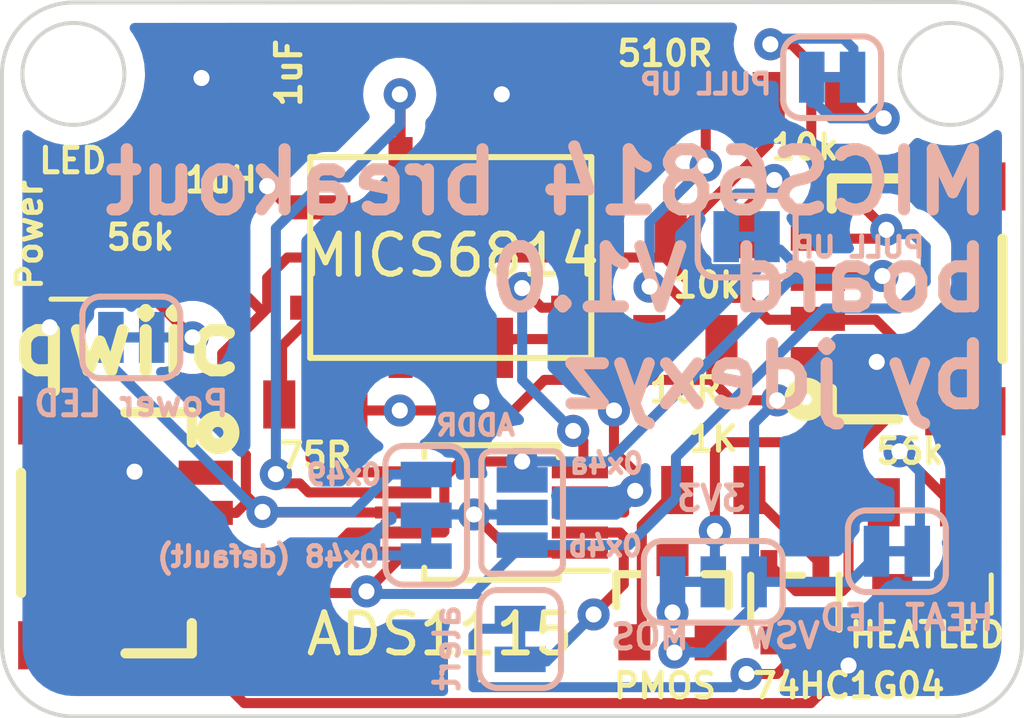
<source format=kicad_pcb>
(kicad_pcb (version 20211014) (generator pcbnew)
  (layers (0 "F.Cu" signal) (31 "B.Cu" signal) (34 "B.Paste" user) (35 "F.Paste" user) (36 "B.SilkS" user "B.Silkscreen") (37 "F.SilkS" user "F.Silkscreen") (38 "B.Mask" user) (39 "F.Mask" user) (44 "Edge.Cuts" user))
  (net 0 "")
  (net 1 "Net-(D1-PadA)")
  (net 2 "GND")
  (net 3 "+3V3")
  (net 4 "/SDA")
  (net 5 "/SCL")
  (net 6 "+VSW")
  (net 7 "Net-(R5-Pad1)")
  (net 8 "Net-(Q1-Pad1)")
  (net 9 "/ALERT")
  (net 10 "/NH3_R")
  (net 11 "/NO2_R")
  (net 12 "/CO_R")
  (net 13 "Net-(U2-Pad2)")
  (net 14 "Net-(Q1-Pad3)")
  (net 15 "Net-(IC1-PadC)")
  (net 16 "Net-(IC1-PadE)")
  (net 17 "Net-(IC1-PadK)")
  (net 18 "Net-(L1-Pad2)")
  (net 19 "Net-(R6-Pad1)")
  (net 20 "Net-(JP2-Pad1)")
  (net 21 "Net-(R6-Pad2)")
  (net 22 "/ADDR")
  (net 23 "Net-(JP7-Pad1)")
  (net 24 "Net-(JP8-Pad1)")
  (footprint "MICS-6814:MICS6814" (layer "F.Cu") (at 114.752 109.18 90)
    (fp_text reference "MICS6814" (at 2.55 -3.502) (layer "F.SilkS"))
    (fp_text value "MiCS-6814" hide)
    (fp_line (start 0 0) (end 0 -7) (layer "F.SilkS") (width 0.15))
    (fp_line (start 0 -7) (end 5 -7) (layer "F.SilkS") (width 0.15))
    (fp_line (start 5 0) (end 0 0) (layer "F.SilkS") (width 0.15))
    (fp_line (start 5 -7) (end 5 0) (layer "F.SilkS") (width 0.15))
    (pad "A" smd rect locked (at 0.25 -4.75 180) (size 0.6 1.5) (layers "F.Cu" "F.Paste" "F.Mask") (net 11 "/NO2_R"))
    (pad "B" smd rect locked (at 0.25 -3.5 180) (size 0.6 1.5) (layers "F.Cu" "F.Paste" "F.Mask") (net 2 "GND"))
    (pad "C" smd rect locked (at 0.25 -2.25 180) (size 0.6 1.5) (layers "F.Cu" "F.Paste" "F.Mask") (net 15 "Net-(IC1-PadC)"))
    (pad "D" smd rect locked (at 1.25 -0.25 90) (size 0.6 1.5) (layers "F.Cu" "F.Paste" "F.Mask") (net 10 "/NH3_R"))
    (pad "E" smd rect locked (at 4 -0.25 90) (size 0.6 1.5) (layers "F.Cu" "F.Paste" "F.Mask") (net 16 "Net-(IC1-PadE)"))
    (pad "F" smd rect locked (at 4.75 -2.25 180) (size 0.6 1.5) (layers "F.Cu" "F.Paste" "F.Mask") (net 2 "GND"))
    (pad "G" smd rect locked (at 4.75 -3.5 180) (size 0.6 1.5) (layers "F.Cu" "F.Paste" "F.Mask") (net 16 "Net-(IC1-PadE)"))
    (pad "H" smd rect locked (at 4.75 -4.75 180) (size 0.6 1.5) (layers "F.Cu" "F.Paste" "F.Mask") (net 12 "/CO_R"))
    (pad "J" smd rect locked (at 3.75 -6.75 90) (size 0.6 1.5) (layers "F.Cu" "F.Paste" "F.Mask") (net 2 "GND"))
    (pad "K" smd rect locked (at 1.25 -6.75 90) (size 0.6 1.5) (layers "F.Cu" "F.Paste" "F.Mask") (net 17 "Net-(IC1-PadK)"))
  )
  (footprint "Sparkfun-Resistors:0805" (layer "F.Cu") (at 122.936 112.776)
    (fp_text reference "R6" hide)
    (fp_text value "56k" (at -0.254 -1.27) (layer "F.SilkS") (effects (font (size 0.6096 0.6096) (thickness 0.127))))
    (pad "1" smd rect locked (at -0.89916 0) (size 0.79756 1.19888) (layers "F.Cu" "F.Paste" "F.Mask") (net 19 "Net-(R6-Pad1)"))
    (pad "2" smd rect locked (at 0.89916 0) (size 0.79756 1.19888) (layers "F.Cu" "F.Paste" "F.Mask") (net 21 "Net-(R6-Pad2)"))
  )
  (footprint "Sparkfun-Resistors:0805" (layer "F.Cu") (at 105.48 104.76 90)
    (fp_text reference "1uH" (at 0.01 0.05 180) (layer "F.SilkS") (effects (font (size 0.6096 0.6096) (thickness 0.127))))
    (fp_text value "INDUCTOR-0805-3.3UH" hide)
    (pad "1" smd rect locked (at -0.89916 0 90) (size 0.79756 1.19888) (layers "F.Cu" "F.Paste" "F.Mask") (net 3 "+3V3"))
    (pad "2" smd rect locked (at 0.89916 0 90) (size 0.79756 1.19888) (layers "F.Cu" "F.Paste" "F.Mask") (net 18 "Net-(L1-Pad2)"))
  )
  (footprint "Sparkfun-Resistors:0805" (layer "F.Cu") (at 103.55 106.13 -90)
    (fp_text reference "R1" hide)
    (fp_text value "56k" (at 0.05 0.03) (layer "F.SilkS") (effects (font (size 0.6096 0.6096) (thickness 0.127))))
    (pad "1" smd rect locked (at -0.89916 0 270) (size 0.79756 1.19888) (layers "F.Cu" "F.Paste" "F.Mask") (net 1 "Net-(D1-PadA)"))
    (pad "2" smd rect locked (at 0.89916 0 270) (size 0.79756 1.19888) (layers "F.Cu" "F.Paste" "F.Mask") (net 20 "Net-(JP2-Pad1)"))
  )
  (footprint "Sparkfun-Connectors:1X04_1MM_RA" (layer "F.Cu") (at 120.393715 107.71 90)
    (fp_text reference "J1" hide)
    (fp_text value "QWIIC_CONNECTORJS-1MM" hide)
    (fp_line (start 2.99974 0.34798) (end 2.99974 1.99898) (layer "F.SilkS") (width 0.254))
    (fp_line (start -2.99974 0.34798) (end -2.2479 0.34798) (layer "F.SilkS") (width 0.254))
    (fp_line (start -2.99974 1.99898) (end -2.99974 0.34798) (layer "F.SilkS") (width 0.254))
    (fp_line (start 2.2479 0.34798) (end 2.99974 0.34798) (layer "F.SilkS") (width 0.254))
    (fp_line (start -1.4986 4.59994) (end 1.4986 4.59994) (layer "F.SilkS") (width 0.254))
    (fp_circle (center -2.49936 -0.29972) (end -2.49936 -0.43942) (layer "F.SilkS") (width 0.39878) (fill none))
    (pad "1" smd rect locked (at -1.4986 0 90) (size 0.59944 1.34874) (layers "F.Cu" "F.Paste" "F.Mask") (net 2 "GND"))
    (pad "2" smd rect locked (at -0.49784 0 90) (size 0.59944 1.34874) (layers "F.Cu" "F.Paste" "F.Mask") (net 3 "+3V3"))
    (pad "3" smd rect locked (at 0.49784 0 90) (size 0.59944 1.34874) (layers "F.Cu" "F.Paste" "F.Mask") (net 4 "/SDA"))
    (pad "4" smd rect locked (at 1.4986 0 90) (size 0.59944 1.34874) (layers "F.Cu" "F.Paste" "F.Mask") (net 5 "/SCL"))
    (pad "NC1" smd rect locked (at 2.79908 3.67284 90) (size 1.19888 1.99898) (layers "F.Cu" "F.Paste" "F.Mask"))
    (pad "NC2" smd rect locked (at -2.79908 3.67284 90) (size 1.19888 1.99898) (layers "F.Cu" "F.Paste" "F.Mask"))
  )
  (footprint "Sparkfun-Resistors:0805" (layer "F.Cu") (at 107.88 110.34)
    (fp_text reference "R4" hide)
    (fp_text value "75R" (at 0 1.27) (layer "F.SilkS") (effects (font (size 0.6096 0.6096) (thickness 0.127))))
    (pad "1" smd rect locked (at -0.89916 0) (size 0.79756 1.19888) (layers "F.Cu" "F.Paste" "F.Mask") (net 17 "Net-(IC1-PadK)"))
    (pad "2" smd rect locked (at 0.89916 0) (size 0.79756 1.19888) (layers "F.Cu" "F.Paste" "F.Mask") (net 6 "+VSW"))
  )
  (footprint "Package_SO:MSOP-10_3x3mm_P0.5mm" (layer "F.Cu") (at 112.268 113.03 180)
    (fp_text reference "ADS1115" (at 1.288 -3.03 180) (layer "F.SilkS"))
    (fp_text value "ADS1115")
    (fp_line (start 1.675 1.675) (end 1.675 1.375) (layer "F.SilkS") (width 0.15))
    (fp_line (start -1.675 -1.675) (end 1.675 -1.675) (layer "F.SilkS") (width 0.15))
    (fp_line (start -1.675 1.675) (end -1.675 1.375) (layer "F.SilkS") (width 0.15))
    (fp_line (start -1.675 1.675) (end 1.675 1.675) (layer "F.SilkS") (width 0.15))
    (fp_line (start 1.675 -1.675) (end 1.675 -1.375) (layer "F.SilkS") (width 0.15))
    (fp_line (start -1.675 -1.45) (end -2.9 -1.45) (layer "F.SilkS") (width 0.15))
    (fp_line (start -1.675 -1.675) (end -1.675 -1.45) (layer "F.SilkS") (width 0.15))
    (pad "1" smd rect (at -2.2 -1 180) (size 1.4 0.3) (layers "F.Cu" "F.Paste" "F.Mask") (net 22 "/ADDR"))
    (pad "2" smd rect (at -2.2 -0.5 180) (size 1.4 0.3) (layers "F.Cu" "F.Paste" "F.Mask") (net 9 "/ALERT"))
    (pad "3" smd rect (at -2.2 0 180) (size 1.4 0.3) (layers "F.Cu" "F.Paste" "F.Mask") (net 2 "GND"))
    (pad "4" smd rect (at -2.2 0.5 180) (size 1.4 0.3) (layers "F.Cu" "F.Paste" "F.Mask") (net 2 "GND"))
    (pad "5" smd rect (at -2.2 1 180) (size 1.4 0.3) (layers "F.Cu" "F.Paste" "F.Mask") (net 10 "/NH3_R"))
    (pad "6" smd rect (at 2.2 1 180) (size 1.4 0.3) (layers "F.Cu" "F.Paste" "F.Mask") (net 11 "/NO2_R"))
    (pad "7" smd rect (at 2.2 0.5 180) (size 1.4 0.3) (layers "F.Cu" "F.Paste" "F.Mask") (net 12 "/CO_R"))
    (pad "8" smd rect (at 2.2 0 180) (size 1.4 0.3) (layers "F.Cu" "F.Paste" "F.Mask") (net 3 "+3V3"))
    (pad "9" smd rect (at 2.2 -0.5 180) (size 1.4 0.3) (layers "F.Cu" "F.Paste" "F.Mask") (net 4 "/SDA"))
    (pad "10" smd rect (at 2.2 -1 180) (size 1.4 0.3) (layers "F.Cu" "F.Paste" "F.Mask") (net 5 "/SCL"))
  )
  (footprint "Sparkfun-Resistors:0805" (layer "F.Cu") (at 116.586 102.87 180)
    (fp_text reference "R2" hide)
    (fp_text value "510R" (at 0 1.27) (layer "F.SilkS") (effects (font (size 0.6096 0.6096) (thickness 0.127))))
    (pad "1" smd rect locked (at -0.89916 0 180) (size 0.79756 1.19888) (layers "F.Cu" "F.Paste" "F.Mask") (net 6 "+VSW"))
    (pad "2" smd rect locked (at 0.89916 0 180) (size 0.79756 1.19888) (layers "F.Cu" "F.Paste" "F.Mask") (net 16 "Net-(IC1-PadE)"))
  )
  (footprint "Sparkfun-LED:LED-0603" (layer "F.Cu") (at 123.12396 115.062)
    (fp_text reference "D2" hide)
    (fp_text value "LED-RED1206" hide)
    (fp_line (start 1.5875 -0.47498) (end 1.5875 0.47498) (layer "F.SilkS") (width 0.127))
    (pad "A" smd rect locked (at -0.8763 0 270) (size 0.99822 0.99822) (layers "F.Cu" "F.Paste" "F.Mask") (net 19 "Net-(R6-Pad1)"))
    (pad "C" smd rect locked (at 0.8763 0 270) (size 0.99822 0.99822) (layers "F.Cu" "F.Paste" "F.Mask") (net 2 "GND"))
  )
  (footprint "Sparkfun-Resistors:0805" (layer "F.Cu") (at 117.094 108.712)
    (fp_text reference "R3" hide)
    (fp_text value "10R" (at 0 1.27) (layer "F.SilkS") (effects (font (size 0.6096 0.6096) (thickness 0.127))))
    (pad "1" smd rect locked (at -0.89916 0) (size 0.79756 1.19888) (layers "F.Cu" "F.Paste" "F.Mask") (net 15 "Net-(IC1-PadC)"))
    (pad "2" smd rect locked (at 0.89916 0) (size 0.79756 1.19888) (layers "F.Cu" "F.Paste" "F.Mask") (net 6 "+VSW"))
  )
  (footprint "Sparkfun-Silicon-Standard:SOT353" (layer "F.Cu") (at 119.82196 115.2652)
    (fp_text reference "U2" hide)
    (fp_text value "74HC1G04" (at 1.33604 2.0828 180) (layer "F.SilkS") (effects (font (size 0.6096 0.6096) (thickness 0.127))))
    (fp_line (start -1.09982 0.6731) (end -1.09982 -0.6731) (layer "F.SilkS") (width 0.1778))
    (fp_line (start 1.09982 -0.6731) (end 1.09982 0.6731) (layer "F.SilkS") (width 0.1778))
    (fp_line (start -0.19812 -0.6731) (end 0.19812 -0.6731) (layer "F.SilkS") (width 0.1778))
    (pad "1" smd rect locked (at -0.6477 0.94996) (size 0.4191 0.6985) (layers "F.Cu" "F.Paste" "F.Mask"))
    (pad "2" smd rect locked (at 0 0.94996) (size 0.4191 0.6985) (layers "F.Cu" "F.Paste" "F.Mask") (net 13 "Net-(U2-Pad2)"))
    (pad "3" smd rect locked (at 0.6477 0.94996) (size 0.4191 0.6985) (layers "F.Cu" "F.Paste" "F.Mask") (net 2 "GND"))
    (pad "4" smd rect locked (at 0.6477 -0.94996) (size 0.4191 0.6985) (layers "F.Cu" "F.Paste" "F.Mask") (net 7 "Net-(R5-Pad1)"))
    (pad "5" smd rect locked (at -0.6477 -0.94996) (size 0.4191 0.6985) (layers "F.Cu" "F.Paste" "F.Mask") (net 3 "+3V3"))
  )
  (footprint "Sparkfun-Resistors:0805" (layer "F.Cu") (at 120.07 102.66)
    (fp_text reference "R7" hide)
    (fp_text value "10k" (at 0 1.27) (layer "F.SilkS") (effects (font (size 0.6096 0.6096) (thickness 0.127))))
    (pad "1" smd rect locked (at -0.89916 0) (size 0.79756 1.19888) (layers "F.Cu" "F.Paste" "F.Mask") (net 3 "+3V3"))
    (pad "2" smd rect locked (at 0.89916 0) (size 0.79756 1.19888) (layers "F.Cu" "F.Paste" "F.Mask") (net 23 "Net-(JP7-Pad1)"))
  )
  (footprint "Sparkfun-LED:LED-0603" (layer "F.Cu") (at 101.772 106.13 -90)
    (fp_text reference "D1" hide)
    (fp_text value "Power" (at -0.01 1.012 -90) (layer "F.SilkS") (effects (font (size 0.6096 0.6096) (thickness 0.127))))
    (fp_line (start 1.5875 -0.47498) (end 1.5875 0.47498) (layer "F.SilkS") (width 0.127))
    (pad "A" smd rect locked (at -0.8763 0 180) (size 0.99822 0.99822) (layers "F.Cu" "F.Paste" "F.Mask") (net 1 "Net-(D1-PadA)"))
    (pad "C" smd rect locked (at 0.8763 0 180) (size 0.99822 0.99822) (layers "F.Cu" "F.Paste" "F.Mask") (net 2 "GND"))
  )
  (footprint "Sparkfun-Connectors:1X04_1MM_RA" (layer "F.Cu") (at 105.150285 113.538 -90)
    (fp_text reference "J2" hide)
    (fp_text value "QWIIC_CONNECTORJS-1MM" hide)
    (fp_line (start -1.4986 4.59994) (end 1.4986 4.59994) (layer "F.SilkS") (width 0.254))
    (fp_line (start 2.99974 0.34798) (end 2.99974 1.99898) (layer "F.SilkS") (width 0.254))
    (fp_line (start 2.2479 0.34798) (end 2.99974 0.34798) (layer "F.SilkS") (width 0.254))
    (fp_line (start -2.99974 1.99898) (end -2.99974 0.34798) (layer "F.SilkS") (width 0.254))
    (fp_line (start -2.99974 0.34798) (end -2.2479 0.34798) (layer "F.SilkS") (width 0.254))
    (fp_circle (center -2.49936 -0.29972) (end -2.49936 -0.43942) (layer "F.SilkS") (width 0.39878) (fill none))
    (pad "1" smd rect locked (at -1.4986 0 270) (size 0.59944 1.34874) (layers "F.Cu" "F.Paste" "F.Mask") (net 2 "GND"))
    (pad "2" smd rect locked (at -0.49784 0 270) (size 0.59944 1.34874) (layers "F.Cu" "F.Paste" "F.Mask") (net 3 "+3V3"))
    (pad "3" smd rect locked (at 0.49784 0 270) (size 0.59944 1.34874) (layers "F.Cu" "F.Paste" "F.Mask") (net 4 "/SDA"))
    (pad "4" smd rect locked (at 1.4986 0 270) (size 0.59944 1.34874) (layers "F.Cu" "F.Paste" "F.Mask") (net 5 "/SCL"))
    (pad "NC1" smd rect locked (at 2.79908 3.67284 270) (size 1.19888 1.99898) (layers "F.Cu" "F.Paste" "F.Mask"))
    (pad "NC2" smd rect locked (at -2.79908 3.67284 270) (size 1.19888 1.99898) (layers "F.Cu" "F.Paste" "F.Mask"))
  )
  (footprint "Sparkfun-Silicon-Standard:SOT23-3" (layer "F.Cu") (at 116.77396 115.2652)
    (fp_text reference "Q1" hide)
    (fp_text value "MOSFET_PCH-DMG2307L" hide)
    (fp_line (start 1.39954 -0.6985) (end 1.39954 0.09906) (layer "F.SilkS") (width 0.2032))
    (fp_line (start -0.79756 -0.6985) (end -1.39954 -0.6985) (layer "F.SilkS") (width 0.2032))
    (fp_line (start 0.79756 -0.6985) (end 1.39954 -0.6985) (layer "F.SilkS") (width 0.2032))
    (fp_line (start -1.39954 -0.6985) (end -1.39954 0.09906) (layer "F.SilkS") (width 0.2032))
    (pad "1" smd rect locked (at -0.94996 0.99822) (size 0.79756 0.89916) (layers "F.Cu" "F.Paste" "F.Mask") (net 8 "Net-(Q1-Pad1)"))
    (pad "2" smd rect locked (at 0.94996 0.99822) (size 0.79756 0.89916) (layers "F.Cu" "F.Paste" "F.Mask") (net 6 "+VSW"))
    (pad "3" smd rect locked (at 0 -1.09982) (size 0.79756 0.89916) (layers "F.Cu" "F.Paste" "F.Mask") (net 14 "Net-(Q1-Pad3)"))
  )
  (footprint "Sparkfun-Resistors:0805" (layer "F.Cu") (at 117.78996 112.4712 180)
    (fp_text reference "R5" hide)
    (fp_text value "1K" (at 0 1.27) (layer "F.SilkS") (effects (font (size 0.6096 0.6096) (thickness 0.127))))
    (pad "1" smd rect locked (at -0.89916 0 180) (size 0.79756 1.19888) (layers "F.Cu" "F.Paste" "F.Mask") (net 7 "Net-(R5-Pad1)"))
    (pad "2" smd rect locked (at 0.89916 0 180) (size 0.79756 1.19888) (layers "F.Cu" "F.Paste" "F.Mask") (net 8 "Net-(Q1-Pad1)"))
  )
  (footprint "Sparkfun-Resistors:0805" (layer "F.Cu") (at 107.15 102.17 180)
    (fp_text reference "1uF" (at -0.07 0.09 270) (layer "F.SilkS") (effects (font (size 0.6096 0.6096) (thickness 0.127))))
    (fp_text value "1.0UF-0805-25V-10%" hide)
    (pad "1" smd rect locked (at -0.89916 0 180) (size 0.79756 1.19888) (layers "F.Cu" "F.Paste" "F.Mask") (net 18 "Net-(L1-Pad2)"))
    (pad "2" smd rect locked (at 0.89916 0 180) (size 0.79756 1.19888) (layers "F.Cu" "F.Paste" "F.Mask") (net 2 "GND"))
  )
  (footprint "Sparkfun-Resistors:0805" (layer "F.Cu") (at 117.63 106.1)
    (fp_text reference "R8" hide)
    (fp_text value "10k" (at 0 1.27) (layer "F.SilkS") (effects (font (size 0.6096 0.6096) (thickness 0.127))))
    (pad "1" smd rect locked (at -0.89916 0) (size 0.79756 1.19888) (layers "F.Cu" "F.Paste" "F.Mask") (net 3 "+3V3"))
    (pad "2" smd rect locked (at 0.89916 0) (size 0.79756 1.19888) (layers "F.Cu" "F.Paste" "F.Mask") (net 24 "Net-(JP8-Pad1)"))
  )
  (footprint "Sparkfun-Jumpers:SMT-JUMPER_3_1-NC_TRACE_SILK" (layer "B.Cu") (at 110.64 113.1 -90)
    (fp_text reference "JP1" hide)
    (fp_text value "ADDR1" hide)
    (fp_line (start 0 0) (end 1.016 0) (layer "B.Cu") (width 0.254))
    (fp_line (start 1.7272 -0.5588) (end 1.7272 0.5588) (layer "B.SilkS") (width 0.1524))
    (fp_line (start -1.7272 -0.5588) (end -1.7272 0.5588) (layer "B.SilkS") (width 0.1524))
    (fp_line (start -1.27 1.016) (end 1.27 1.016) (layer "B.SilkS") (width 0.1524))
    (fp_line (start 1.27 -1.016) (end -1.27 -1.016) (layer "B.SilkS") (width 0.1524))
    (fp_arc (start 1.27 -1.016) (mid 1.593289 -0.882089) (end 1.7272 -0.5588) (layer "B.SilkS") (width 0.1524))
    (fp_arc (start -1.27 1.016) (mid -1.593289 0.882089) (end -1.7272 0.5588) (layer "B.SilkS") (width 0.1524))
    (fp_arc (start -1.7272 -0.5588) (mid -1.593289 -0.882089) (end -1.27 -1.016) (layer "B.SilkS") (width 0.1524))
    (fp_arc (start 1.7272 0.5588) (mid 1.593289 0.882089) (end 1.27 1.016) (layer "B.SilkS") (width 0.1524))
    (pad "1" smd rect locked (at -1.016 0 270) (size 0.635 1.27) (layers "B.Cu" "B.Mask") (net 3 "+3V3"))
    (pad "2" smd rect locked (at 0 0 270) (size 0.635 1.27) (layers "B.Cu" "B.Mask") (net 22 "/ADDR"))
    (pad "3" smd rect (at 1.016 0 270) (size 0.635 1.27) (layers "B.Cu" "B.Mask") (net 2 "GND"))
  )
  (footprint "Sparkfun-Jumpers:SMT-JUMPER_2_NC_TRACE_SILK" (layer "B.Cu") (at 118.62 106.16)
    (fp_text reference "JP8" hide)
    (fp_text value "PULL UP SCL" hide)
    (fp_line (start -0.508 0) (end 0.508 0) (layer "B.Cu") (width 0.254))
    (fp_line (start -0.762 1.016) (end 0.762 1.016) (layer "B.SilkS") (width 0.1524))
    (fp_line (start -1.2192 -0.5588) (end -1.2192 0.5588) (layer "B.SilkS") (width 0.1524))
    (fp_line (start 0.762 -1.016) (end -0.762 -1.016) (layer "B.SilkS") (width 0.1524))
    (fp_line (start 1.2192 -0.5588) (end 1.2192 0.5588) (layer "B.SilkS") (width 0.1524))
    (fp_arc (start 1.2192 0.5588) (mid 1.085289 0.882089) (end 0.762 1.016) (layer "B.SilkS") (width 0.1524))
    (fp_arc (start -0.762 1.016) (mid -1.085289 0.882089) (end -1.2192 0.5588) (layer "B.SilkS") (width 0.1524))
    (fp_arc (start -1.2192 -0.5588) (mid -1.085289 -0.882089) (end -0.762 -1.016) (layer "B.SilkS") (width 0.1524))
    (fp_arc (start 0.762 -1.016) (mid 1.085289 -0.882089) (end 1.2192 -0.5588) (layer "B.SilkS") (width 0.1524))
    (pad "1" smd rect locked (at -0.508 0) (size 0.635 1.27) (layers "B.Cu" "B.Mask") (net 24 "Net-(JP8-Pad1)"))
    (pad "2" smd rect locked (at 0.508 0) (size 0.635 1.27) (layers "B.Cu" "B.Mask") (net 4 "/SDA"))
  )
  (footprint "Sparkfun-Jumpers:SMT-JUMPER_3_NO_SILK" (layer "B.Cu") (at 113.03 113.03 90)
    (fp_text reference "JP3" hide)
    (fp_text value "ADDR2" hide)
    (fp_line (start -1.27 1.016) (end 1.27 1.016) (layer "B.SilkS") (width 0.1524))
    (fp_line (start 1.27 -1.016) (end -1.27 -1.016) (layer "B.SilkS") (width 0.1524))
    (fp_line (start 1.524 -0.762) (end 1.524 0.762) (layer "B.SilkS") (width 0.1524))
    (fp_line (start -1.524 -0.762) (end -1.524 0.762) (layer "B.SilkS") (width 0.1524))
    (fp_arc (start -1.524 -0.762) (mid -1.449605 -0.941605) (end -1.27 -1.016) (layer "B.SilkS") (width 0.1524))
    (fp_arc (start 1.524 0.762) (mid 1.449605 0.941605) (end 1.27 1.016) (layer "B.SilkS") (width 0.1524))
    (fp_arc (start 1.27 -1.016) (mid 1.449605 -0.941605) (end 1.524 -0.762) (layer "B.SilkS") (width 0.1524))
    (fp_arc (start -1.27 1.016) (mid -1.449605 0.941605) (end -1.524 0.762) (layer "B.SilkS") (width 0.1524))
    (pad "1" smd rect locked (at -0.8128 0 90) (size 0.635 1.27) (layers "B.Cu" "B.Mask") (net 5 "/SCL"))
    (pad "2" smd rect locked (at 0 0 90) (size 0.635 1.27) (layers "B.Cu" "B.Mask") (net 22 "/ADDR"))
    (pad "3" smd rect locked (at 0.8128 0 90) (size 0.635 1.27) (layers "B.Cu" "B.Mask") (net 4 "/SDA"))
  )
  (footprint "Sparkfun-Jumpers:SMT-JUMPER_2_NC_TRACE_SILK" (layer "B.Cu") (at 122.36196 113.9952 180)
    (fp_text reference "JP4" hide)
    (fp_text value "HEAT LED" (at -0.24804 -1.6548) (layer "B.SilkS") (effects (font (size 0.6096 0.6096) (thickness 0.127)) (justify mirror)))
    (fp_line (start -0.508 0) (end 0.508 0) (layer "B.Cu") (width 0.254))
    (fp_line (start 1.2192 -0.5588) (end 1.2192 0.5588) (layer "B.SilkS") (width 0.1524))
    (fp_line (start -0.762 1.016) (end 0.762 1.016) (layer "B.SilkS") (width 0.1524))
    (fp_line (start -1.2192 -0.5588) (end -1.2192 0.5588) (layer "B.SilkS") (width 0.1524))
    (fp_line (start 0.762 -1.016) (end -0.762 -1.016) (layer "B.SilkS") (width 0.1524))
    (fp_arc (start 0.762 -1.016) (mid 1.085289 -0.882089) (end 1.2192 -0.5588) (layer "B.SilkS") (width 0.1524))
    (fp_arc (start 1.2192 0.5588) (mid 1.085289 0.882089) (end 0.762 1.016) (layer "B.SilkS") (width 0.1524))
    (fp_arc (start -1.2192 -0.5588) (mid -1.085289 -0.882089) (end -0.762 -1.016) (layer "B.SilkS") (width 0.1524))
    (fp_arc (start -0.762 1.016) (mid -1.085289 0.882089) (end -1.2192 0.5588) (layer "B.SilkS") (width 0.1524))
    (pad "1" smd rect locked (at -0.508 0 180) (size 0.635 1.27) (layers "B.Cu" "B.Mask") (net 21 "Net-(R6-Pad2)"))
    (pad "2" smd rect locked (at 0.508 0 180) (size 0.635 1.27) (layers "B.Cu" "B.Mask") (net 6 "+VSW"))
  )
  (footprint "Sparkfun-Jumpers:SMT-JUMPER_2_NC_TRACE_SILK" (layer "B.Cu") (at 120.75 102.19)
    (fp_text reference "JP7" hide)
    (fp_text value "PULL UP SDA" hide)
    (fp_line (start -0.508 0) (end 0.508 0) (layer "B.Cu") (width 0.254))
    (fp_line (start 0.762 -1.016) (end -0.762 -1.016) (layer "B.SilkS") (width 0.1524))
    (fp_line (start 1.2192 -0.5588) (end 1.2192 0.5588) (layer "B.SilkS") (width 0.1524))
    (fp_line (start -0.762 1.016) (end 0.762 1.016) (layer "B.SilkS") (width 0.1524))
    (fp_line (start -1.2192 -0.5588) (end -1.2192 0.5588) (layer "B.SilkS") (width 0.1524))
    (fp_arc (start -1.2192 -0.5588) (mid -1.085289 -0.882089) (end -0.762 -1.016) (layer "B.SilkS") (width 0.1524))
    (fp_arc (start 0.762 -1.016) (mid 1.085289 -0.882089) (end 1.2192 -0.5588) (layer "B.SilkS") (width 0.1524))
    (fp_arc (start 1.2192 0.5588) (mid 1.085289 0.882089) (end 0.762 1.016) (layer "B.SilkS") (width 0.1524))
    (fp_arc (start -0.762 1.016) (mid -1.085289 0.882089) (end -1.2192 0.5588) (layer "B.SilkS") (width 0.1524))
    (pad "1" smd rect locked (at -0.508 0) (size 0.635 1.27) (layers "B.Cu" "B.Mask") (net 23 "Net-(JP7-Pad1)"))
    (pad "2" smd rect locked (at 0.508 0) (size 0.635 1.27) (layers "B.Cu" "B.Mask") (net 5 "/SCL"))
  )
  (footprint "Sparkfun-Jumpers:SMT-JUMPER_2_NC_TRACE_SILK" (layer "B.Cu") (at 112.98 116.18 -90)
    (fp_text reference "JP5" hide)
    (fp_text value "alert" (at 0.22 1.82 90) (layer "B.SilkS") (effects (font (size 0.6096 0.6096) (thickness 0.127)) (justify mirror)))
    (fp_line (start -0.508 0) (end 0.508 0) (layer "B.Cu") (width 0.254))
    (fp_line (start -0.762 1.016) (end 0.762 1.016) (layer "B.SilkS") (width 0.1524))
    (fp_line (start 1.2192 -0.5588) (end 1.2192 0.5588) (layer "B.SilkS") (width 0.1524))
    (fp_line (start -1.2192 -0.5588) (end -1.2192 0.5588) (layer "B.SilkS") (width 0.1524))
    (fp_line (start 0.762 -1.016) (end -0.762 -1.016) (layer "B.SilkS") (width 0.1524))
    (fp_arc (start 0.762 -1.016) (mid 1.085289 -0.882089) (end 1.2192 -0.5588) (layer "B.SilkS") (width 0.1524))
    (fp_arc (start -1.2192 -0.5588) (mid -1.085289 -0.882089) (end -0.762 -1.016) (layer "B.SilkS") (width 0.1524))
    (fp_arc (start 1.2192 0.5588) (mid 1.085289 0.882089) (end 0.762 1.016) (layer "B.SilkS") (width 0.1524))
    (fp_arc (start -0.762 1.016) (mid -1.085289 0.882089) (end -1.2192 0.5588) (layer "B.SilkS") (width 0.1524))
    (pad "1" smd rect locked (at -0.508 0 270) (size 0.635 1.27) (layers "B.Cu" "B.Mask") (net 13 "Net-(U2-Pad2)"))
    (pad "2" smd rect locked (at 0.508 0 270) (size 0.635 1.27) (layers "B.Cu" "B.Mask") (net 9 "/ALERT"))
  )
  (footprint "Sparkfun-Jumpers:SMT-JUMPER_3_1-NC_TRACE_SILK" (layer "B.Cu") (at 117.78996 114.7572 180)
    (fp_text reference "JP6" hide)
    (fp_text value "VSW" (at -1.74004 -1.3428) (layer "B.SilkS") (effects (font (size 0.6096 0.6096) (thickness 0.127)) (justify mirror)))
    (fp_line (start 0 0) (end 1.016 0) (layer "B.Cu") (width 0.254))
    (fp_line (start 1.7272 -0.5588) (end 1.7272 0.5588) (layer "B.SilkS") (width 0.1524))
    (fp_line (start -1.27 1.016) (end 1.27 1.016) (layer "B.SilkS") (width 0.1524))
    (fp_line (start -1.7272 -0.5588) (end -1.7272 0.5588) (layer "B.SilkS") (width 0.1524))
    (fp_line (start 1.27 -1.016) (end -1.27 -1.016) (layer "B.SilkS") (width 0.1524))
    (fp_arc (start 1.27 -1.016) (mid 1.593289 -0.882089) (end 1.7272 -0.5588) (layer "B.SilkS") (width 0.1524))
    (fp_arc (start 1.7272 0.5588) (mid 1.593289 0.882089) (end 1.27 1.016) (layer "B.SilkS") (width 0.1524))
    (fp_arc (start -1.27 1.016) (mid -1.593289 0.882089) (end -1.7272 0.5588) (layer "B.SilkS") (width 0.1524))
    (fp_arc (start -1.7272 -0.5588) (mid -1.593289 -0.882089) (end -1.27 -1.016) (layer "B.SilkS") (width 0.1524))
    (pad "1" smd rect locked (at -1.016 0 180) (size 0.635 1.27) (layers "B.Cu" "B.Mask") (net 6 "+VSW"))
    (pad "2" smd rect locked (at 0 0 180) (size 0.635 1.27) (layers "B.Cu" "B.Mask") (net 3 "+3V3"))
    (pad "3" smd rect locked (at 1.016 0 180) (size 0.635 1.27) (layers "B.Cu" "B.Mask") (net 14 "Net-(Q1-Pad3)"))
  )
  (footprint "Sparkfun-Jumpers:SMT-JUMPER_2_NC_TRACE_SILK" (layer "B.Cu") (at 103.296 108.67 180)
    (fp_text reference "JP2" hide)
    (fp_text value "Power LED" (at 0 -1.651) (layer "B.SilkS") (effects (font (size 0.6096 0.6096) (thickness 0.127)) (justify mirror)))
    (fp_line (start -0.508 0) (end 0.508 0) (layer "B.Cu") (width 0.254))
    (fp_line (start -1.2192 -0.5588) (end -1.2192 0.5588) (layer "B.SilkS") (width 0.1524))
    (fp_line (start 1.2192 -0.5588) (end 1.2192 0.5588) (layer "B.SilkS") (width 0.1524))
    (fp_line (start -0.762 1.016) (end 0.762 1.016) (layer "B.SilkS") (width 0.1524))
    (fp_line (start 0.762 -1.016) (end -0.762 -1.016) (layer "B.SilkS") (width 0.1524))
    (fp_arc (start 1.2192 0.5588) (mid 1.085289 0.882089) (end 0.762 1.016) (layer "B.SilkS") (width 0.1524))
    (fp_arc (start -0.762 1.016) (mid -1.085289 0.882089) (end -1.2192 0.5588) (layer "B.SilkS") (width 0.1524))
    (fp_arc (start -1.2192 -0.5588) (mid -1.085289 -0.882089) (end -0.762 -1.016) (layer "B.SilkS") (width 0.1524))
    (fp_arc (start 0.762 -1.016) (mid 1.085289 -0.882089) (end 1.2192 -0.5588) (layer "B.SilkS") (width 0.1524))
    (pad "1" smd rect locked (at -0.508 0 180) (size 0.635 1.27) (layers "B.Cu" "B.Mask") (net 20 "Net-(JP2-Pad1)"))
    (pad "2" smd rect locked (at 0.508 0 180) (size 0.635 1.27) (layers "B.Cu" "B.Mask") (net 3 "+3V3"))
  )
  (gr_arc (start 100.076 102.108) (mid 100.596764 100.850764) (end 101.854 100.33) (layer "Edge.Cuts") (width 0.1))
  (gr_line (start 100.076 102.108) (end 100.076 116.332) (layer "Edge.Cuts") (width 0.1))
  (gr_circle (center 101.854 102.108) (end 103.124 102.108) (layer "Edge.Cuts") (width 0.1) (fill none))
  (gr_circle (center 123.698 102.108) (end 124.968 102.108) (layer "Edge.Cuts") (width 0.1) (fill none))
  (gr_line (start 123.710764 100.317236) (end 101.854 100.33) (layer "Edge.Cuts") (width 0.1))
  (gr_arc (start 123.710764 100.317236) (mid 124.968 100.838) (end 125.488764 102.095236) (layer "Edge.Cuts") (width 0.1))
  (gr_arc (start 125.476 116.332) (mid 124.955236 117.589236) (end 123.698 118.11) (layer "Edge.Cuts") (width 0.1))
  (gr_line (start 125.476 116.332) (end 125.488764 102.095236) (layer "Edge.Cuts") (width 0.1))
  (gr_arc (start 101.854 118.11) (mid 100.596764 117.589236) (end 100.076 116.332) (layer "Edge.Cuts") (width 0.1))
  (gr_line (start 101.854 118.11) (end 123.698 118.11) (layer "Edge.Cuts") (width 0.1))
  (gr_text "0x48 (default)" (at 106.71 114.13) (layer "B.SilkS") (effects (font (size 0.5 0.5) (thickness 0.125)) (justify mirror)))
  (gr_text "ADDR" (at 111.87 110.86) (layer "B.SilkS") (effects (font (size 0.5 0.5) (thickness 0.125)) (justify mirror)))
  (gr_text "0x49" (at 108.59 112.09) (layer "B.SilkS") (effects (font (size 0.5 0.5) (thickness 0.125)) (justify mirror)))
  (gr_text "3V3" (at 117.74 112.68) (layer "B.SilkS") (effects (font (size 0.6096 0.6096) (thickness 0.127)) (justify mirror)))
  (gr_text "0x4b" (at 115.1 113.87) (layer "B.SilkS") (effects (font (size 0.5 0.5) (thickness 0.125)) (justify mirror)))
  (gr_text "PULL UP" (at 121.412 106.426) (layer "B.SilkS") (effects (font (size 0.5 0.5) (thickness 0.125)) (justify mirror)))
  (gr_text "0x4a" (at 115.13 111.81) (layer "B.SilkS") (effects (font (size 0.5 0.5) (thickness 0.125)) (justify mirror)))
  (gr_text "MOS" (at 116.21 116.13) (layer "B.SilkS") (effects (font (size 0.6096 0.6096) (thickness 0.127)) (justify mirror)))
  (gr_text "MICS6814 breakout \nboard V1.0\nby jdexyz" (at 124.81 107.22) (layer "B.SilkS") (effects (font (size 1.5 1.5) (thickness 0.3)) (justify left mirror)))
  (gr_text "PULL UP" (at 117.602 102.362) (layer "B.SilkS") (effects (font (size 0.5 0.5) (thickness 0.125)) (justify mirror)))
  (gr_text "LED" (at 101.84 104.27) (layer "F.SilkS") (effects (font (size 0.6096 0.6096) (thickness 0.127))))
  (gr_text "HEAT" (at 122.28854 116.078) (layer "F.SilkS") (effects (font (size 0.6096 0.6096) (thickness 0.127))))
  (gr_text "LED" (at 124.206 116.078) (layer "F.SilkS") (effects (font (size 0.6096 0.6096) (thickness 0.127))))
  (gr_text "qwiic" (at 103.19 108.81) (layer "F.SilkS") (effects (font (size 1.5 1.5) (thickness 0.3))))
  (gr_text "PMOS" (at 116.586 117.348) (layer "F.SilkS") (effects (font (size 0.6096 0.6096) (thickness 0.127))))
  (segment (start 103.52714 105.2537) (end 103.55 105.23084) (width 0.25) (layer "F.Cu") (net 1))
  (segment (start 101.772 105.2537) (end 103.52714 105.2537) (width 0.25) (layer "F.Cu") (net 1))
  (segment (start 120.53316 116.21516) (end 121.158 116.84) (width 0.25) (layer "F.Cu") (net 2))
  (segment (start 103.378 115.048) (end 106.107103 117.777103) (width 0.25) (layer "F.Cu") (net 2))
  (segment (start 105.150285 112.0394) (end 103.4034 112.0394) (width 0.25) (layer "F.Cu") (net 2))
  (segment (start 114.418 112.53) (end 115.807402 112.53) (width 0.25) (layer "F.Cu") (net 2))
  (segment (start 115.316 111.506) (end 115.316 110.49) (width 0.25) (layer "F.Cu") (net 2))
  (segment (start 101.772 107.0063) (end 101.6577 107.0063) (width 0.25) (layer "F.Cu") (net 2))
  (segment (start 106.107103 117.777103) (end 120.220897 117.777103) (width 0.25) (layer "F.Cu") (net 2))
  (segment (start 115.807402 112.53) (end 115.84496 112.492442) (width 0.25) (layer "F.Cu") (net 2))
  (segment (start 115.57 113.03) (end 114.418 113.03) (width 0.25) (layer "F.Cu") (net 2))
  (segment (start 120.465115 109.28) (end 120.393715 109.2086) (width 0.25) (layer "F.Cu") (net 2))
  (segment (start 121.86 109.28) (end 120.465115 109.28) (width 0.25) (layer "F.Cu") (net 2))
  (segment (start 112.502 102.636) (end 112.522 102.616) (width 0.25) (layer "F.Cu") (net 2))
  (segment (start 115.57 112.767402) (end 115.57 113.03) (width 0.25) (layer "F.Cu") (net 2))
  (segment (start 111.252 109.5115) (end 112.014 110.2735) (width 0.25) (layer "F.Cu") (net 2))
  (segment (start 103.4034 112.0394) (end 103.378 112.014) (width 0.25) (layer "F.Cu") (net 2))
  (segment (start 120.46966 116.21516) (end 120.53316 116.21516) (width 0.25) (layer "F.Cu") (net 2))
  (segment (start 115.84496 112.492442) (end 115.84496 112.03496) (width 0.25) (layer "F.Cu") (net 2))
  (segment (start 103.378 112.014) (end 103.378 115.048) (width 0.25) (layer "F.Cu") (net 2))
  (segment (start 106.17642 102.21) (end 105.04358 102.21) (width 0.25) (layer "F.Cu") (net 2))
  (segment (start 107.208 105.43) (end 106.68 104.902) (width 0.25) (layer "F.Cu") (net 2))
  (segment (start 122.67946 116.84) (end 124.00026 115.5192) (width 0.25) (layer "F.Cu") (net 2))
  (segment (start 101.6577 107.0063) (end 101.264 107.4) (width 0.25) (layer "F.Cu") (net 2))
  (segment (start 111.252 108.93) (end 111.252 109.5115) (width 0.25) (layer "F.Cu") (net 2))
  (segment (start 120.220897 117.777103) (end 121.158 116.84) (width 0.25) (layer "F.Cu") (net 2))
  (segment (start 115.84496 112.03496) (end 115.316 111.506) (width 0.25) (layer "F.Cu") (net 2))
  (segment (start 115.84496 112.492442) (end 115.57 112.767402) (width 0.25) (layer "F.Cu") (net 2))
  (segment (start 101.264 107.4) (end 101.264 108.416) (width 0.25) (layer "F.Cu") (net 2))
  (segment (start 112.502 104.43) (end 112.502 102.636) (width 0.25) (layer "F.Cu") (net 2))
  (segment (start 108.002 105.43) (end 107.208 105.43) (width 0.25) (layer "F.Cu") (net 2))
  (segment (start 121.158 116.84) (end 122.67946 116.84) (width 0.25) (layer "F.Cu") (net 2))
  (via (at 105.04358 102.21) (size 0.8) (drill 0.4) (layers "F.Cu" "B.Cu") (net 2))
  (via (at 121.86 109.28) (size 0.8) (drill 0.4) (layers "F.Cu" "B.Cu") (net 2))
  (via (at 115.316 110.49) (size 0.8) (drill 0.4) (layers "F.Cu" "B.Cu") (net 2))
  (via (at 106.68 104.902) (size 0.8) (drill 0.4) (layers "F.Cu" "B.Cu") (net 2))
  (via (at 115.84496 112.492442) (size 0.8) (drill 0.4) (layers "F.Cu" "B.Cu") (net 2))
  (via (at 103.378 112.014) (size 0.8) (drill 0.4) (layers "F.Cu" "B.Cu") (net 2))
  (via (at 101.264 108.416) (size 0.8) (drill 0.4) (layers "F.Cu" "B.Cu") (net 2))
  (via (at 121.158 116.84) (size 0.8) (drill 0.4) (layers "F.Cu" "B.Cu") (net 2))
  (via (at 112.014 110.2735) (size 0.8) (drill 0.4) (layers "F.Cu" "B.Cu") (net 2))
  (via (at 112.522 102.616) (size 0.8) (drill 0.4) (layers "F.Cu" "B.Cu") (net 2))
  (segment (start 108.27 114.1) (end 109.985455 114.1) (width 0.25) (layer "B.Cu") (net 2))
  (segment (start 107.77 114.6) (end 108.27 114.1) (width 0.25) (layer "B.Cu") (net 2))
  (segment (start 105.90784 113.04016) (end 105.150285 113.04016) (width 0.25) (layer "F.Cu") (net 3))
  (segment (start 119.17084 103.849774) (end 119.17084 102.66) (width 0.25) (layer "F.Cu") (net 3))
  (segment (start 105.48 106.95) (end 106.58 108.05) (width 0.25) (layer "F.Cu") (net 3))
  (segment (start 106.58 108.05) (end 106.68 107.95) (width 0.25) (layer "F.Cu") (net 3))
  (segment (start 117.59184 107.68584) (end 118.614242 107.68584) (width 0.25) (layer "F.Cu") (net 3))
  (segment (start 106.562541 113.016009) (end 106.149166 112.602634) (width 0.25) (layer "F.Cu") (net 3))
  (segment (start 106.68 107.188) (end 107.188 106.68) (width 0.25) (layer "F.Cu") (net 3))
  (segment (start 119.848021 114.989001) (end 119.17426 114.31524) (width 0.25) (layer "F.Cu") (net 3))
  (segment (start 118.614242 107.68584) (end 119.158402 108.23) (width 0.25) (layer "F.Cu") (net 3))
  (segment (start 105.970384 111.415169) (end 105.935169 111.415169) (width 0.25) (layer "F.Cu") (net 3))
  (segment (start 118.05 111.28) (end 120.678 111.28) (width 0.25) (layer "F.Cu") (net 3))
  (segment (start 122.584511 110.225489) (end 121.158 111.652) (width 0.25) (layer "F.Cu") (net 3))
  (segment (start 110.118 113.03) (end 106.576532 113.03) (width 0.25) (layer "F.Cu") (net 3))
  (segment (start 106.172 112.776) (end 105.90784 113.04016) (width 0.25) (layer "F.Cu") (net 3))
  (segment (start 120.678 111.28) (end 121.158 111.76) (width 0.25) (layer "F.Cu") (net 3))
  (segment (start 116.586 106.68) (end 117.59184 107.68584) (width 0.25) (layer "F.Cu") (net 3))
  (segment (start 121.158 111.76) (end 121.158 114.834722) (width 0.25) (layer "F.Cu") (net 3))
  (segment (start 106.68 107.95) (end 106.68 107.188) (width 0.25) (layer "F.Cu") (net 3))
  (segment (start 105.56 109.07) (end 106.58 108.05) (width 0.25) (layer "F.Cu") (net 3))
  (segment (start 106.149166 111.593951) (end 105.970384 111.415169) (width 0.25) (layer "F.Cu") (net 3))
  (segment (start 106.149166 112.602634) (end 106.149166 111.593951) (width 0.25) (layer "F.Cu") (net 3))
  (segment (start 107.188 106.68) (end 116.586 106.68) (width 0.25) (layer "F.Cu") (net 3))
  (segment (start 121.834614 108.23) (end 122.584511 108.979897) (width 0.25) (layer "F.Cu") (net 3))
  (segment (start 117.83 113.49) (end 117.83 111.5) (width 0.25) (layer "F.Cu") (net 3))
  (segment (start 121.158 114.834722) (end 121.003721 114.989001) (width 0.25) (layer "F.Cu") (net 3))
  (segment (start 106.322532 112.776) (end 106.562541 113.016009) (width 0.25) (layer "F.Cu") (net 3))
  (segment (start 116.73084 106.1) (end 116.920614 106.1) (width 0.25) (layer "F.Cu") (net 3))
  (segment (start 106.576532 113.03) (end 106.562541 113.016009) (width 0.25) (layer "F.Cu") (net 3))
  (segment (start 121.158 111.652) (end 121.158 111.76) (width 0.25) (layer "F.Cu") (net 3))
  (segment (start 106.172 112.776) (end 106.322532 112.776) (width 0.25) (layer "F.Cu") (net 3))
  (segment (start 122.584511 108.979897) (end 122.584511 110.225489) (width 0.25) (layer "F.Cu") (net 3))
  (segment (start 119.158402 108.23) (end 121.834614 108.23) (width 0.25) (layer "F.Cu") (net 3))
  (segment (start 105.48 105.65916) (end 105.48 106.95) (width 0.25) (layer "F.Cu") (net 3))
  (segment (start 105.56 111.04) (end 105.56 109.07) (width 0.25) (layer "F.Cu") (net 3))
  (segment (start 121.003721 114.989001) (end 119.848021 114.989001) (width 0.25) (layer "F.Cu") (net 3))
  (segment (start 105.935169 111.415169) (end 105.56 111.04) (width 0.25) (layer "F.Cu") (net 3))
  (segment (start 117.83 111.5) (end 118.05 111.28) (width 0.25) (layer "F.Cu") (net 3))
  (segment (start 116.920614 106.1) (end 119.17084 103.849774) (width 0.25) (layer "F.Cu") (net 3))
  (via (at 106.562541 113.016009) (size 0.8) (drill 0.4) (layers "F.Cu" "B.Cu") (net 3))
  (via (at 117.83 113.49) (size 0.8) (drill 0.4) (layers "F.Cu" "B.Cu") (net 3))
  (segment (start 106.562541 113.016009) (end 106.426009 113.016009) (width 0.25) (layer "B.Cu") (net 3))
  (segment (start 117.83 113.49) (end 117.83 114.158695) (width 0.25) (layer "B.Cu") (net 3))
  (segment (start 108.822991 113.016009) (end 106.562541 113.016009) (width 0.25) (layer "B.Cu") (net 3))
  (segment (start 109.755 112.084) (end 108.822991 113.016009) (width 0.25) (layer "B.Cu") (net 3))
  (segment (start 110.64 112.084) (end 109.755 112.084) (width 0.25) (layer "B.Cu") (net 3))
  (segment (start 102.79 109.36) (end 102.79 109.310545) (width 0.25) (layer "B.Cu") (net 3))
  (segment (start 106.446009 113.016009) (end 102.79 109.36) (width 0.25) (layer "B.Cu") (net 3))
  (segment (start 106.562541 113.016009) (end 106.446009 113.016009) (width 0.25) (layer "B.Cu") (net 3))
  (segment (start 111.092511 112.157489) (end 111.49 111.76) (width 0.25) (layer "F.Cu") (net 4))
  (segment (start 111.067022 113.53) (end 111.092511 113.504511) (width 0.25) (layer "F.Cu") (net 4))
  (segment (start 120.465875 107.14) (end 120.393715 107.21216) (width 0.25) (layer "F.Cu") (net 4))
  (segment (start 111.49 111.76) (end 113.03 111.76) (width 0.25) (layer "F.Cu") (net 4))
  (segment (start 108.21416 114.03584) (end 108.72 113.53) (width 0.25) (layer "F.Cu") (net 4))
  (segment (start 111.092511 113.504511) (end 111.092511 112.157489) (width 0.25) (layer "F.Cu") (net 4))
  (segment (start 108.72 113.53) (end 111.067022 113.53) (width 0.25) (layer "F.Cu") (net 4))
  (segment (start 105.150285 114.03584) (end 108.21416 114.03584) (width 0.25) (layer "F.Cu") (net 4))
  (segment (start 122 107.14) (end 120.465875 107.14) (width 0.25) (layer "F.Cu") (net 4))
  (via (at 122 107.14) (size 0.8) (drill 0.4) (layers "F.Cu" "B.Cu") (net 4))
  (via (at 113.03 111.76) (size 0.8) (drill 0.4) (layers "F.Cu" "B.Cu") (net 4))
  (segment (start 113.03 111.76) (end 113.03 112.2172) (width 0.25) (layer "B.Cu") (net 4))
  (segment (start 121.93 107.21) (end 122 107.14) (width 0.25) (layer "B.Cu") (net 4))
  (segment (start 119.739 107.21) (end 115.189 111.76) (width 0.25) (layer "B.Cu") (net 4))
  (segment (start 119.739 106.771) (end 119.447272 106.479272) (width 0.25) (layer "B.Cu") (net 4))
  (segment (start 115.189 111.76) (end 113.03 111.76) (width 0.25) (layer "B.Cu") (net 4))
  (segment (start 119.739 107.21) (end 121.93 107.21) (width 0.25) (layer "B.Cu") (net 4))
  (segment (start 119.739 107.21) (end 119.739 106.771) (width 0.25) (layer "B.Cu") (net 4))
  (segment (start 109.1114 115.0366) (end 109.153 114.995) (width 0.25) (layer "F.Cu") (net 5))
  (segment (start 120.393715 106.2114) (end 121.879144 106.2114) (width 0.25) (layer "F.Cu") (net 5))
  (segment (start 120.23 101.86) (end 119.96 101.59) (width 0.25) (layer "F.Cu") (net 5))
  (segment (start 120.23 104.121356) (end 120.23 101.86) (width 0.25) (layer "F.Cu") (net 5))
  (segment (start 119.74 101.37) (end 119.21 101.37) (width 0.25) (layer "F.Cu") (net 5))
  (segment (start 109.153 114.995) (end 110.118 114.03) (width 0.25) (layer "F.Cu") (net 5))
  (segment (start 119.96 101.59) (end 119.74 101.37) (width 0.25) (layer "F.Cu") (net 5))
  (segment (start 121.879144 106.2114) (end 122.099594 105.99095) (width 0.25) (layer "F.Cu") (net 5))
  (segment (start 105.150285 115.0366) (end 109.1114 115.0366) (width 0.25) (layer "F.Cu") (net 5))
  (segment (start 122.099594 105.99095) (end 120.23 104.121356) (width 0.25) (layer "F.Cu") (net 5))
  (via (at 119.21 101.37) (size 0.8) (drill 0.4) (layers "F.Cu" "B.Cu") (net 5))
  (via (at 109.153 114.995) (size 0.8) (drill 0.4) (layers "F.Cu" "B.Cu") (net 5))
  (via (at 122.099594 105.99095) (size 0.8) (drill 0.4) (layers "F.Cu" "B.Cu") (net 5))
  (segment (start 122.07 106.020544) (end 122.099594 105.99095) (width 0.25) (layer "B.Cu") (net 5))
  (segment (start 111.8778 114.995) (end 111.8778 115.0478) (width 0.25) (layer "B.Cu") (net 5))
  (segment (start 113.03 113.8428) (end 111.8778 114.995) (width 0.25) (layer "B.Cu") (net 5))
  (segment (start 115.6872 113.8428) (end 116.86 112.67) (width 0.25) (layer "B.Cu") (net 5))
  (segment (start 116.86 112.67) (end 116.86 111.656408) (width 0.25) (layer "B.Cu") (net 5))
  (segment (start 123.08 107.28) (end 123.08 106.41) (width 0.25) (layer "B.Cu") (net 5))
  (segment (start 122.07 106.1) (end 122.07 106.020544) (width 0.25) (layer "B.Cu") (net 5))
  (segment (start 109.218 115.06) (end 109.153 114.995) (width 0.25) (layer "B.Cu") (net 5))
  (segment (start 120.566408 107.95) (end 122.41 107.95) (width 0.25) (layer "B.Cu") (net 5))
  (segment (start 121.030489 101.230489) (end 121.28 101.48) (width 0.25) (layer "B.Cu") (net 5))
  (segment (start 122.77 106.1) (end 122.07 106.1) (width 0.25) (layer "B.Cu") (net 5))
  (segment (start 122.41 107.95) (end 123.08 107.28) (width 0.25) (layer "B.Cu") (net 5))
  (segment (start 116.86 111.656408) (end 120.566408 107.95) (width 0.25) (layer "B.Cu") (net 5))
  (segment (start 119.21 101.37) (end 119.349511 101.230489) (width 0.25) (layer "B.Cu") (net 5))
  (segment (start 123.08 106.41) (end 122.77 106.1) (width 0.25) (layer "B.Cu") (net 5))
  (segment (start 111.8778 115.0478) (end 111.89 115.06) (width 0.25) (layer "B.Cu") (net 5))
  (segment (start 121.28 101.48) (end 121.28 101.573455) (width 0.25) (layer "B.Cu") (net 5))
  (segment (start 113.03 113.8428) (end 115.6872 113.8428) (width 0.25) (layer "B.Cu") (net 5))
  (segment (start 119.349511 101.230489) (end 121.030489 101.230489) (width 0.25) (layer "B.Cu") (net 5))
  (segment (start 111.89 115.06) (end 109.218 115.06) (width 0.25) (layer "B.Cu") (net 5))
  (segment (start 117.53336 108.13536) (end 117.73916 108.34116) (width 0.25) (layer "F.Cu") (net 6))
  (segment (start 116.674782 107.4045) (end 117.405642 108.13536) (width 0.25) (layer "F.Cu") (net 6))
  (segment (start 119.38 110.236) (end 118.24716 110.236) (width 0.25) (layer "F.Cu") (net 6))
  (segment (start 117.72392 116.26342) (end 117.72392 116.34724) (width 0.25) (layer "F.Cu") (net 6))
  (segment (start 118.24716 110.236) (end 117.73916 109.728) (width 0.25) (layer "F.Cu") (net 6))
  (segment (start 111.713897 110.998011) (end 112.314103 110.998011) (width 0.25) (layer "F.Cu") (net 6))
  (segment (start 112.314103 110.998011) (end 113.584114 109.728) (width 0.25) (layer "F.Cu") (net 6))
  (segment (start 116.200701 107.4045) (end 116.674782 107.4045) (width 0.25) (layer "F.Cu") (net 6))
  (segment (start 109.982 110.49) (end 111.289489 110.49) (width 0.25) (layer "F.Cu") (net 6))
  (segment (start 116.822421 116.517527) (end 117.076528 116.26342) (width 0.25) (layer "F.Cu") (net 6))
  (segment (start 117.73916 108.34116) (end 117.73916 109.728) (width 0.25) (layer "F.Cu") (net 6))
  (segment (start 111.289489 110.573603) (end 111.713897 110.998011) (width 0.25) (layer "F.Cu") (net 6))
  (segment (start 108.84916 110.49) (end 109.982 110.49) (width 0.25) (layer "F.Cu") (net 6))
  (segment (start 111.289489 110.49) (end 111.289489 110.573603) (width 0.25) (layer "F.Cu") (net 6))
  (segment (start 117.602 104.394) (end 117.602 102.98684) (width 0.25) (layer "F.Cu") (net 6))
  (segment (start 117.405642 108.13536) (end 117.53336 108.13536) (width 0.25) (layer "F.Cu") (net 6))
  (segment (start 117.076528 116.26342) (end 117.72392 116.26342) (width 0.25) (layer "F.Cu") (net 6))
  (segment (start 117.602 102.98684) (end 117.48516 102.87) (width 0.25) (layer "F.Cu") (net 6))
  (segment (start 117.72392 116.34724) (end 117.53596 116.5352) (width 0.25) (layer "F.Cu") (net 6))
  (segment (start 113.584114 109.728) (end 117.73916 109.728) (width 0.25) (layer "F.Cu") (net 6))
  (via (at 117.602 104.394) (size 0.8) (drill 0.4) (layers "F.Cu" "B.Cu") (net 6))
  (via (at 109.982 110.49) (size 0.8) (drill 0.4) (layers "F.Cu" "B.Cu") (net 6))
  (via (at 116.822421 116.517527) (size 0.8) (drill 0.4) (layers "F.Cu" "B.Cu") (net 6))
  (via (at 116.200701 107.4045) (size 0.8) (drill 0.4) (layers "F.Cu" "B.Cu") (net 6))
  (via (at 119.38 110.236) (size 0.8) (drill 0.4) (layers "F.Cu" "B.Cu") (net 6))
  (segment (start 116.200701 107.4045) (end 116.200701 105.795299) (width 0.25) (layer "B.Cu") (net 6))
  (segment (start 117.631155 116.517527) (end 118.80596 115.342722) (width 0.25) (layer "B.Cu") (net 6))
  (segment (start 118.80596 115.342722) (end 118.80596 114.7572) (width 0.25) (layer "B.Cu") (net 6))
  (segment (start 116.822421 116.517527) (end 117.631155 116.517527) (width 0.25) (layer "B.Cu") (net 6))
  (segment (start 118.80596 110.81004) (end 119.38 110.236) (width 0.25) (layer "B.Cu") (net 6))
  (segment (start 116.200701 105.795299) (end 117.602 104.394) (width 0.25) (layer "B.Cu") (net 6))
  (segment (start 118.80596 114.7572) (end 118.80596 110.81004) (width 0.25) (layer "B.Cu") (net 6))
  (segment (start 118.80596 114.7572) (end 121.19356 114.7572) (width 0.25) (layer "B.Cu") (net 6))
  (segment (start 121.19356 114.7572) (end 121.95556 113.9952) (width 0.25) (layer "B.Cu") (net 6))
  (segment (start 118.68912 112.4712) (end 118.68912 112.5347) (width 0.25) (layer "F.Cu") (net 7))
  (segment (start 118.68912 112.5347) (end 120.46966 114.31524) (width 0.25) (layer "F.Cu") (net 7))
  (segment (start 116.01 116.07742) (end 115.824 116.26342) (width 0.25) (layer "F.Cu") (net 8))
  (segment (start 116.01 113.352) (end 116.01 116.07742) (width 0.25) (layer "F.Cu") (net 8))
  (segment (start 116.8908 112.4712) (end 116.01 113.352) (width 0.25) (layer "F.Cu") (net 8))
  (segment (start 115.467022 113.53) (end 115.56 113.622978) (width 0.25) (layer "F.Cu") (net 9))
  (segment (start 114.418 113.53) (end 115.467022 113.53) (width 0.25) (layer "F.Cu") (net 9))
  (segment (start 115.56 114.818) (end 114.808 115.57) (width 0.25) (layer "F.Cu") (net 9))
  (segment (start 115.56 113.622978) (end 115.56 114.818) (width 0.25) (layer "F.Cu") (net 9))
  (via (at 114.808 115.57) (size 0.8) (drill 0.4) (layers "F.Cu" "B.Cu") (net 9))
  (segment (start 112.776 116.7384) (end 113.6396 116.7384) (width 0.25) (layer "B.Cu") (net 9))
  (segment (start 113.6396 116.7384) (end 114.808 115.57) (width 0.25) (layer "B.Cu") (net 9))
  (segment (start 112.8776 116.84) (end 112.776 116.7384) (width 0.25) (layer "B.Cu") (net 9))
  (segment (start 114.554 111.252) (end 114.554 112.014) (width 0.25) (layer "F.Cu") (net 10))
  (segment (start 114.502 107.93) (end 113.518 107.93) (width 0.25) (layer "F.Cu") (net 10))
  (segment (start 114.554 112.014) (end 114.538 112.03) (width 0.25) (layer "F.Cu") (net 10))
  (segment (start 114.3 110.998) (end 114.554 111.252) (width 0.25) (layer "F.Cu") (net 10))
  (segment (start 113.518 107.93) (end 113.03 107.442) (width 0.25) (layer "F.Cu") (net 10))
  (segment (start 114.538 112.03) (end 114.418 112.03) (width 0.25) (layer "F.Cu") (net 10))
  (via (at 113.03 107.442) (size 0.8) (drill 0.4) (layers "F.Cu" "B.Cu") (net 10))
  (via (at 114.3 110.998) (size 0.8) (drill 0.4) (layers "F.Cu" "B.Cu") (net 10))
  (segment (start 113.03 109.728) (end 114.3 110.998) (width 0.25) (layer "B.Cu") (net 10))
  (segment (start 113.03 107.442) (end 113.03 109.728) (width 0.25) (layer "B.Cu") (net 10))
  (segment (start 108.12 112.03) (end 107.76 111.67) (width 0.25) (layer "F.Cu") (net 11))
  (segment (start 107.76 111.67) (end 107.76 109.791) (width 0.25) (layer "F.Cu") (net 11))
  (segment (start 110.118 112.03) (end 108.12 112.03) (width 0.25) (layer "F.Cu") (net 11))
  (segment (start 108.621 108.93) (end 110.002 108.93) (width 0.25) (layer "F.Cu") (net 11))
  (segment (start 107.76 109.791) (end 108.621 108.93) (width 0.25) (layer "F.Cu") (net 11))
  (segment (start 110.002 104.43) (end 110.002 102.636) (width 0.25) (layer "F.Cu") (net 12))
  (segment (start 110.002 102.636) (end 109.982 102.616) (width 0.25) (layer "F.Cu") (net 12))
  (segment (start 107.488103 112.305489) (end 107.712614 112.53) (width 0.25) (layer "F.Cu") (net 12))
  (segment (start 107.712614 112.53) (end 110.118 112.53) (width 0.25) (layer "F.Cu") (net 12))
  (segment (start 107.12804 112.305489) (end 107.488103 112.305489) (width 0.25) (layer "F.Cu") (net 12))
  (segment (start 106.8965 112.073949) (end 107.12804 112.305489) (width 0.25) (layer "F.Cu") (net 12))
  (via (at 109.982 102.616) (size 0.8) (drill 0.4) (layers "F.Cu" "B.Cu") (net 12))
  (via (at 106.8965 112.073949) (size 0.8) (drill 0.4) (layers "F.Cu" "B.Cu") (net 12))
  (segment (start 106.8965 112.073949) (end 106.8965 105.9555) (width 0.25) (layer "B.Cu") (net 12))
  (segment (start 109.982 103.378) (end 109.982 102.616) (width 0.25) (layer "B.Cu") (net 12))
  (segment (start 106.8965 105.9555) (end 108.165529 104.686471) (width 0.25) (layer "B.Cu") (net 12))
  (segment (start 108.673529 104.686471) (end 109.982 103.378) (width 0.25) (layer "B.Cu") (net 12))
  (segment (start 108.165529 104.686471) (end 108.673529 104.686471) (width 0.25) (layer "B.Cu") (net 12))
  (segment (start 119.708321 116.257679) (end 119.708321 116.332) (width 0.25) (layer "F.Cu") (net 13))
  (segment (start 119.377408 117.052592) (end 118.616744 117.052592) (width 0.25) (layer "F.Cu") (net 13))
  (segment (start 119.55 116.88) (end 119.377408 117.052592) (width 0.25) (layer "F.Cu") (net 13))
  (segment (start 119.75084 116.21516) (end 119.708321 116.257679) (width 0.25) (layer "F.Cu") (net 13))
  (segment (start 119.82196 116.21516) (end 119.75084 116.21516) (width 0.25) (layer "F.Cu") (net 13))
  (segment (start 119.708321 116.328799) (end 119.708321 116.721679) (width 0.25) (layer "F.Cu") (net 13))
  (segment (start 119.708321 116.721679) (end 119.55 116.88) (width 0.25) (layer "F.Cu") (net 13))
  (segment (start 119.82196 116.21516) (end 119.708321 116.328799) (width 0.25) (layer "F.Cu") (net 13))
  (via (at 118.616744 117.052592) (size 0.8) (drill 0.4) (layers "F.Cu" "B.Cu") (net 13))
  (segment (start 118.616744 117.052592) (end 118.288925 117.380411) (width 0.25) (layer "B.Cu") (net 13))
  (segment (start 111.987278 115.9256) (end 112.776 115.9256) (width 0.25) (layer "B.Cu") (net 13))
  (segment (start 111.816489 117.380411) (end 111.816489 116.096389) (width 0.25) (layer "B.Cu") (net 13))
  (segment (start 118.288925 117.380411) (end 111.816489 117.380411) (width 0.25) (layer "B.Cu") (net 13))
  (segment (start 111.816489 116.096389) (end 111.987278 115.9256) (width 0.25) (layer "B.Cu") (net 13))
  (segment (start 116.77396 114.41938) (end 116.77396 115.5192) (width 0.25) (layer "F.Cu") (net 14))
  (via (at 116.77396 115.5192) (size 0.8) (drill 0.4) (layers "F.Cu" "B.Cu") (net 14))
  (segment (start 116.77396 115.5192) (end 116.77396 115.395745) (width 0.25) (layer "B.Cu") (net 14))
  (segment (start 112.776 108.712) (end 116.19484 108.712) (width 0.25) (layer "F.Cu") (net 15))
  (segment (start 112.502 108.93) (end 112.558 108.93) (width 0.25) (layer "F.Cu") (net 15))
  (segment (start 112.558 108.93) (end 112.776 108.712) (width 0.25) (layer "F.Cu") (net 15))
  (segment (start 114.502 105.18) (end 114.502 104.07516) (width 0.25) (layer "F.Cu") (net 16))
  (segment (start 113.764 105.918) (end 114.502 105.18) (width 0.25) (layer "F.Cu") (net 16))
  (segment (start 114.502 104.07516) (end 115.57 103.00716) (width 0.25) (layer "F.Cu") (net 16))
  (segment (start 111.252 104.43) (end 111.252 105.41) (width 0.25) (layer "F.Cu") (net 16))
  (segment (start 111.252 105.41) (end 111.76 105.918) (width 0.25) (layer "F.Cu") (net 16))
  (segment (start 111.76 105.918) (end 113.764 105.918) (width 0.25) (layer "F.Cu") (net 16))
  (segment (start 107.05084 108.88116) (end 108.002 107.93) (width 0.25) (layer "F.Cu") (net 17))
  (segment (start 107.05084 110.49) (end 107.05084 108.88116) (width 0.25) (layer "F.Cu") (net 17))
  (segment (start 108.04916 102.81084) (end 108.04916 102.17) (width 0.25) (layer "F.Cu") (net 18))
  (segment (start 105.48 103.86084) (end 106.99916 103.86084) (width 0.25) (layer "F.Cu") (net 18))
  (segment (start 106.99916 103.86084) (end 108.04916 102.81084) (width 0.25) (layer "F.Cu") (net 18))
  (segment (start 122.03684 112.776) (end 122.03684 114.85118) (width 0.25) (layer "F.Cu") (net 19))
  (segment (start 122.03684 114.85118) (end 122.24766 115.062) (width 0.25) (layer "F.Cu") (net 19))
  (segment (start 103.55 107.4) (end 104.82 108.67) (width 0.25) (layer "F.Cu") (net 20))
  (segment (start 103.55 107.02916) (end 103.55 107.4) (width 0.25) (layer "F.Cu") (net 20))
  (via (at 104.82 108.67) (size 0.8) (drill 0.4) (layers "F.Cu" "B.Cu") (net 20))
  (segment (start 104.82 108.67) (end 103.7024 108.67) (width 0.25) (layer "B.Cu") (net 20))
  (segment (start 123.83516 112.776) (end 123.698 112.776) (width 0.25) (layer "F.Cu") (net 21))
  (segment (start 123.698 112.776) (end 122.428 111.506) (width 0.25) (layer "F.Cu") (net 21))
  (via (at 122.428 111.506) (size 0.8) (drill 0.4) (layers "F.Cu" "B.Cu") (net 21))
  (segment (start 122.428 111.506) (end 122.936 112.014) (width 0.25) (layer "B.Cu") (net 21))
  (segment (start 122.936 112.014) (end 122.936 113.422695) (width 0.25) (layer "B.Cu") (net 21))
  (segment (start 111.83 113.08) (end 112.78 114.03) (width 0.25) (layer "F.Cu") (net 22))
  (segment (start 112.78 114.03) (end 114.418 114.03) (width 0.25) (layer "F.Cu") (net 22))
  (via (at 111.83 113.08) (size 0.8) (drill 0.4) (layers "F.Cu" "B.Cu") (net 22))
  (segment (start 111.83 113.08) (end 111.258545 113.08) (width 0.25) (layer "B.Cu") (net 22))
  (segment (start 111.83 113.08) (end 112.98 113.08) (width 0.25) (layer "B.Cu") (net 22))
  (segment (start 112.98 113.08) (end 113.03 113.03) (width 0.25) (layer "B.Cu") (net 22))
  (segment (start 122.032942 103.212492) (end 121.521652 103.212492) (width 0.25) (layer "F.Cu") (net 23))
  (segment (start 121.521652 103.212492) (end 120.96916 102.66) (width 0.25) (layer "F.Cu") (net 23))
  (via (at 122.032942 103.212492) (size 0.8) (drill 0.4) (layers "F.Cu" "B.Cu") (net 23))
  (segment (start 120.722492 103.212492) (end 120.34 102.83) (width 0.25) (layer "B.Cu") (net 23))
  (segment (start 120.34 102.83) (end 120.243455 102.83) (width 0.25) (layer "B.Cu") (net 23))
  (segment (start 122.032942 103.212492) (end 120.722492 103.212492) (width 0.25) (layer "B.Cu") (net 23))
  (segment (start 118.52916 105.53084) (end 119.31 104.75) (width 0.25) (layer "F.Cu") (net 24))
  (segment (start 118.52916 106.1) (end 118.52916 105.53084) (width 0.25) (layer "F.Cu") (net 24))
  (via (at 119.31 104.75) (size 0.8) (drill 0.4) (layers "F.Cu" "B.Cu") (net 24))
  (segment (start 119.31 104.75) (end 118.97 105.09) (width 0.25) (layer "B.Cu") (net 24))
  (segment (start 118.37 105.09) (end 118.18 105.28) (width 0.25) (layer "B.Cu") (net 24))
  (segment (start 118.97 105.09) (end 118.37 105.09) (width 0.25) (layer "B.Cu") (net 24))
  (segment (start 118.18 105.28) (end 118.18 105.453455) (width 0.25) (layer "B.Cu") (net 24))
  (zone (net 2) (net_name "GND") (layer "B.Cu") (connect_pads (clearance 0.508)) (min_thickness 0.254) (fill yes (thermal_gap 0.508) (thermal_bridge_width 0.508))
    (polygon (pts (xy 125.47 118.14) (xy 100.09 118.16) (xy 100.076 100.35) (xy 125.47 100.3)))
  )
)
</source>
